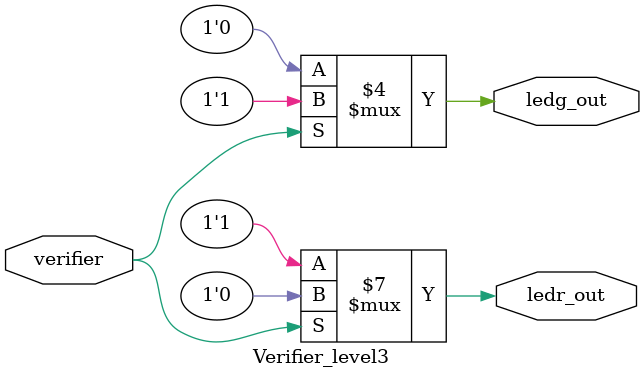
<source format=v>
module Verifier_level3( verifier , ledr_out , ledg_out );//verifier_flag = verifier

  input verifier;
  output ledr_out , ledg_out;
  reg ledr_out , ledg_out;

  always @ (verifier)
    begin
  if(verifier==1)
        begin
          ledr_out = 1'b0;		// red led turns off
          ledg_out = 1'b1;		// green led turns on
        end
      else
	begin
          ledr_out = 1'b1;
          ledg_out = 1'b0;
        end
    end
endmodule

</source>
